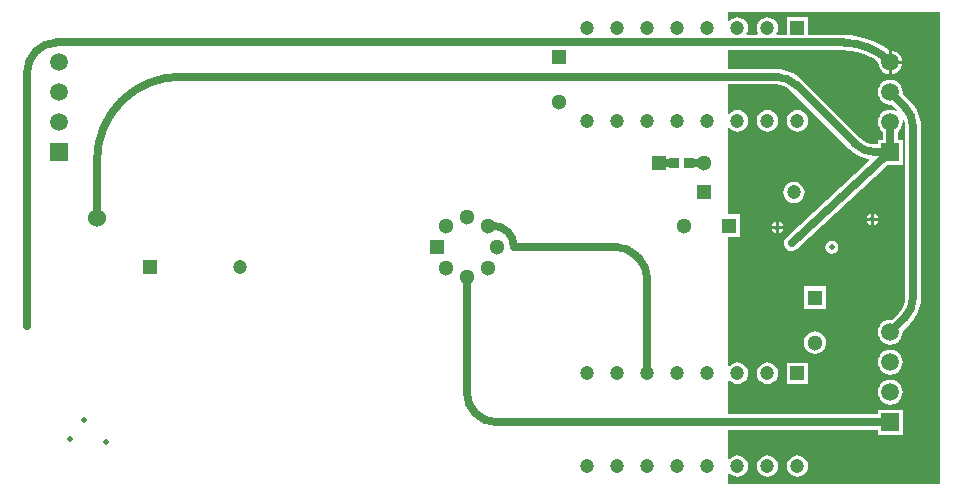
<source format=gbr>
%TF.GenerationSoftware,Altium Limited,Altium Designer,20.2.5 (213)*%
G04 Layer_Physical_Order=4*
G04 Layer_Color=16711680*
%FSLAX45Y45*%
%MOMM*%
%TF.SameCoordinates,5D993310-1A5F-4332-B3F0-AAC5B6D9B5DA*%
%TF.FilePolarity,Positive*%
%TF.FileFunction,Copper,L4,Bot,Signal*%
%TF.Part,Single*%
G01*
G75*
%TA.AperFunction,Conductor*%
%ADD10C,0.70000*%
%TA.AperFunction,SMDPad,CuDef*%
%ADD20R,0.85490X0.90620*%
%TA.AperFunction,ComponentPad*%
%ADD22R,1.50000X1.50000*%
%ADD23C,1.50000*%
%ADD24R,1.30000X1.30000*%
%ADD25C,1.30000*%
%ADD26R,1.30000X1.30000*%
%ADD27R,1.20000X1.20000*%
%ADD28C,1.20000*%
%TA.AperFunction,ViaPad*%
%ADD29C,1.52400*%
%TA.AperFunction,ComponentPad*%
%ADD30R,1.20000X1.20000*%
%TA.AperFunction,ViaPad*%
%ADD31C,0.50000*%
G36*
X8490000Y5380000D02*
X6690000Y5380000D01*
Y5469858D01*
X6702700Y5474169D01*
X6706811Y5468811D01*
X6725612Y5454385D01*
X6747505Y5445317D01*
X6771000Y5442224D01*
X6794495Y5445317D01*
X6816388Y5454385D01*
X6835189Y5468811D01*
X6849614Y5487612D01*
X6858683Y5509505D01*
X6861776Y5533000D01*
X6858683Y5556495D01*
X6849614Y5578388D01*
X6835189Y5597188D01*
X6816388Y5611614D01*
X6794495Y5620683D01*
X6771000Y5623776D01*
X6747505Y5620683D01*
X6725612Y5611614D01*
X6706811Y5597188D01*
X6702700Y5591830D01*
X6690000Y5596141D01*
Y5839139D01*
X7961700D01*
Y5799700D01*
X8171700D01*
Y6009700D01*
X7961700D01*
Y5970261D01*
X6690000D01*
Y6256858D01*
X6702700Y6261170D01*
X6706811Y6255811D01*
X6725612Y6241386D01*
X6747505Y6232317D01*
X6771000Y6229224D01*
X6794495Y6232317D01*
X6816388Y6241386D01*
X6835189Y6255811D01*
X6849614Y6274612D01*
X6858683Y6296505D01*
X6861776Y6320000D01*
X6858683Y6343495D01*
X6849614Y6365388D01*
X6835189Y6384189D01*
X6816388Y6398615D01*
X6794495Y6407683D01*
X6771000Y6410776D01*
X6747505Y6407683D01*
X6725612Y6398615D01*
X6706811Y6384189D01*
X6702700Y6378831D01*
X6690000Y6383142D01*
Y7475000D01*
X6795500D01*
Y7665000D01*
X6690000D01*
Y8393358D01*
X6702700Y8397670D01*
X6706811Y8392311D01*
X6725612Y8377885D01*
X6747505Y8368817D01*
X6771000Y8365724D01*
X6794495Y8368817D01*
X6816388Y8377885D01*
X6835189Y8392311D01*
X6849614Y8411112D01*
X6858683Y8433005D01*
X6861776Y8456500D01*
X6858683Y8479995D01*
X6849614Y8501888D01*
X6835189Y8520689D01*
X6816388Y8535115D01*
X6794495Y8544183D01*
X6771000Y8547276D01*
X6747505Y8544183D01*
X6725612Y8535115D01*
X6706811Y8520689D01*
X6702700Y8515330D01*
X6690000Y8519642D01*
Y8764439D01*
X7094790D01*
X7095655Y8764553D01*
X7131591Y8761014D01*
X7166979Y8750279D01*
X7199592Y8732847D01*
X7227506Y8709939D01*
X7228037Y8709247D01*
X7718547Y8218736D01*
X7718246Y8218435D01*
X7756427Y8185825D01*
X7799240Y8159590D01*
X7845629Y8140375D01*
X7886035Y8130674D01*
X7889658Y8116743D01*
X7185680Y7468219D01*
X7174713Y7455079D01*
X7167522Y7439548D01*
X7164595Y7422686D01*
X7166131Y7405641D01*
X7172028Y7389573D01*
X7181881Y7375580D01*
X7195021Y7364613D01*
X7210552Y7357422D01*
X7227414Y7354495D01*
X7244460Y7356032D01*
X7260527Y7361928D01*
X7274520Y7371782D01*
X8049484Y8085700D01*
X8171700D01*
Y8295700D01*
X8132261D01*
Y8362657D01*
X8141587Y8369813D01*
X8158417Y8391747D01*
X8168997Y8417289D01*
X8172606Y8444700D01*
X8170460Y8460997D01*
X8182916Y8463687D01*
X8191014Y8436991D01*
X8194553Y8401055D01*
X8194439Y8400189D01*
Y6965210D01*
X8194553Y6964345D01*
X8191014Y6928409D01*
X8180279Y6893022D01*
X8162847Y6860408D01*
X8139939Y6832495D01*
X8139247Y6831963D01*
X8078355Y6771071D01*
X8066700Y6772606D01*
X8039289Y6768997D01*
X8013747Y6758417D01*
X7991813Y6741587D01*
X7974983Y6719653D01*
X7964403Y6694110D01*
X7960794Y6666700D01*
X7964403Y6639289D01*
X7974983Y6613747D01*
X7991813Y6591813D01*
X8013747Y6574983D01*
X8039289Y6564403D01*
X8066700Y6560794D01*
X8094110Y6564403D01*
X8119653Y6574983D01*
X8141587Y6591813D01*
X8158417Y6613747D01*
X8168997Y6639289D01*
X8172606Y6666700D01*
X8171071Y6678355D01*
X8231963Y6739246D01*
X8231964Y6739247D01*
X8232264Y6738946D01*
X8264875Y6777127D01*
X8291110Y6819940D01*
X8310325Y6866329D01*
X8322047Y6915154D01*
X8325986Y6965210D01*
X8325561D01*
Y8400189D01*
X8325986D01*
X8322047Y8450246D01*
X8310325Y8499071D01*
X8291110Y8545460D01*
X8264875Y8588273D01*
X8232264Y8626454D01*
X8231964Y8626153D01*
X8231963Y8626153D01*
X8171071Y8687045D01*
X8172606Y8698700D01*
X8168997Y8726110D01*
X8158417Y8751653D01*
X8141587Y8773587D01*
X8119653Y8790417D01*
X8094110Y8800997D01*
X8066700Y8804606D01*
X8039289Y8800997D01*
X8013747Y8790417D01*
X7991813Y8773587D01*
X7974983Y8751653D01*
X7964403Y8726110D01*
X7960794Y8698700D01*
X7964403Y8671289D01*
X7974983Y8645747D01*
X7991813Y8623813D01*
X8013747Y8606983D01*
X8039289Y8596403D01*
X8066700Y8592794D01*
X8078355Y8594329D01*
X8125753Y8546930D01*
X8119653Y8536417D01*
X8094110Y8546997D01*
X8066700Y8550606D01*
X8039289Y8546997D01*
X8013747Y8536417D01*
X7991813Y8519587D01*
X7974983Y8497653D01*
X7964403Y8472110D01*
X7960794Y8444700D01*
X7964403Y8417289D01*
X7974983Y8391747D01*
X7991813Y8369813D01*
X8001139Y8362657D01*
Y8295700D01*
X7961700D01*
Y8256261D01*
X7944511D01*
X7943645Y8256147D01*
X7907709Y8259686D01*
X7872322Y8270421D01*
X7839709Y8287853D01*
X7811795Y8310761D01*
X7811264Y8311453D01*
X7320753Y8801964D01*
X7321054Y8802265D01*
X7282873Y8834875D01*
X7240060Y8861110D01*
X7193671Y8880325D01*
X7144847Y8892047D01*
X7094790Y8895987D01*
Y8895561D01*
X6690000D01*
Y9054439D01*
X7662802D01*
X7664699Y9054689D01*
X7728849Y9050485D01*
X7793767Y9037571D01*
X7856444Y9016296D01*
X7915807Y8987021D01*
X7965574Y8953767D01*
X7965434Y8952700D01*
X7968884Y8926490D01*
X7979001Y8902067D01*
X7995094Y8881094D01*
X8016067Y8865001D01*
X8040490Y8854884D01*
X8053999Y8853106D01*
Y8952700D01*
Y9052294D01*
X8052825Y9052140D01*
X8001813Y9088335D01*
X7939273Y9122900D01*
X7873256Y9150245D01*
X7804592Y9170027D01*
X7734145Y9181996D01*
X7662802Y9186002D01*
Y9185561D01*
X7369000D01*
Y9333500D01*
X7189000D01*
Y9185561D01*
X7108341D01*
X7102724Y9196951D01*
X7103614Y9198112D01*
X7112683Y9220005D01*
X7115776Y9243500D01*
X7112683Y9266995D01*
X7103614Y9288888D01*
X7089189Y9307689D01*
X7070388Y9322115D01*
X7048495Y9331183D01*
X7025000Y9334276D01*
X7001505Y9331183D01*
X6979612Y9322115D01*
X6960811Y9307689D01*
X6946385Y9288888D01*
X6937317Y9266995D01*
X6934224Y9243500D01*
X6937317Y9220005D01*
X6946385Y9198112D01*
X6947276Y9196951D01*
X6941659Y9185561D01*
X6854341D01*
X6848724Y9196951D01*
X6849614Y9198112D01*
X6858683Y9220005D01*
X6861776Y9243500D01*
X6858683Y9266995D01*
X6849614Y9288888D01*
X6835189Y9307689D01*
X6816388Y9322115D01*
X6794495Y9331183D01*
X6771000Y9334276D01*
X6747505Y9331183D01*
X6725612Y9322115D01*
X6706811Y9307689D01*
X6702700Y9302331D01*
X6690000Y9306642D01*
Y9380000D01*
X8490000Y9380000D01*
Y5380000D01*
D02*
G37*
%LPC*%
G36*
X8079399Y9052294D02*
Y8965400D01*
X8166294D01*
X8164516Y8978910D01*
X8154399Y9003333D01*
X8138306Y9024306D01*
X8117333Y9040399D01*
X8092910Y9050516D01*
X8079399Y9052294D01*
D02*
G37*
G36*
X8166294Y8940000D02*
X8079399D01*
Y8853105D01*
X8092910Y8854884D01*
X8117333Y8865001D01*
X8138306Y8881094D01*
X8154399Y8902067D01*
X8164516Y8926490D01*
X8166294Y8940000D01*
D02*
G37*
G36*
X7279000Y8547276D02*
X7255505Y8544183D01*
X7233612Y8535115D01*
X7214811Y8520689D01*
X7200385Y8501888D01*
X7191317Y8479995D01*
X7188224Y8456500D01*
X7191317Y8433005D01*
X7200385Y8411112D01*
X7214811Y8392311D01*
X7233612Y8377885D01*
X7255505Y8368817D01*
X7279000Y8365724D01*
X7302495Y8368817D01*
X7324388Y8377885D01*
X7343189Y8392311D01*
X7357614Y8411112D01*
X7366683Y8433005D01*
X7369776Y8456500D01*
X7366683Y8479995D01*
X7357614Y8501888D01*
X7343189Y8520689D01*
X7324388Y8535115D01*
X7302495Y8544183D01*
X7279000Y8547276D01*
D02*
G37*
G36*
X7025000D02*
X7001505Y8544183D01*
X6979612Y8535115D01*
X6960811Y8520689D01*
X6946385Y8501888D01*
X6937317Y8479995D01*
X6934224Y8456500D01*
X6937317Y8433005D01*
X6946385Y8411112D01*
X6960811Y8392311D01*
X6979612Y8377885D01*
X7001505Y8368817D01*
X7025000Y8365724D01*
X7048495Y8368817D01*
X7070388Y8377885D01*
X7089189Y8392311D01*
X7103614Y8411112D01*
X7112683Y8433005D01*
X7115776Y8456500D01*
X7112683Y8479995D01*
X7103614Y8501888D01*
X7089189Y8520689D01*
X7070388Y8535115D01*
X7048495Y8544183D01*
X7025000Y8547276D01*
D02*
G37*
G36*
X7250000Y7940776D02*
X7226505Y7937683D01*
X7204612Y7928615D01*
X7185811Y7914189D01*
X7171385Y7895388D01*
X7162317Y7873495D01*
X7159224Y7850000D01*
X7162317Y7826505D01*
X7171385Y7804612D01*
X7185811Y7785811D01*
X7204612Y7771386D01*
X7226505Y7762317D01*
X7250000Y7759224D01*
X7273495Y7762317D01*
X7295388Y7771386D01*
X7314189Y7785811D01*
X7328615Y7804612D01*
X7337683Y7826505D01*
X7340776Y7850000D01*
X7337683Y7873495D01*
X7328615Y7895388D01*
X7314189Y7914189D01*
X7295388Y7928615D01*
X7273495Y7937683D01*
X7250000Y7940776D01*
D02*
G37*
G36*
X7927900Y7671919D02*
Y7635758D01*
X7964061D01*
X7962676Y7642723D01*
X7951537Y7659395D01*
X7934865Y7670534D01*
X7927900Y7671919D01*
D02*
G37*
G36*
X7902500D02*
X7895535Y7670534D01*
X7878864Y7659395D01*
X7867725Y7642723D01*
X7866339Y7635758D01*
X7902500D01*
Y7671919D01*
D02*
G37*
G36*
X7964061Y7610358D02*
X7927900D01*
Y7574197D01*
X7934865Y7575583D01*
X7951537Y7586722D01*
X7962676Y7603393D01*
X7964061Y7610358D01*
D02*
G37*
G36*
X7902500D02*
X7866339D01*
X7867725Y7603393D01*
X7878864Y7586722D01*
X7895535Y7575583D01*
X7902500Y7574197D01*
Y7610358D01*
D02*
G37*
G36*
X7122700Y7601361D02*
Y7565200D01*
X7158861D01*
X7157476Y7572165D01*
X7146336Y7588836D01*
X7129665Y7599975D01*
X7122700Y7601361D01*
D02*
G37*
G36*
X7097300D02*
X7090335Y7599975D01*
X7073664Y7588836D01*
X7062524Y7572165D01*
X7061139Y7565200D01*
X7097300D01*
Y7601361D01*
D02*
G37*
G36*
X7158861Y7539800D02*
X7122700D01*
Y7503639D01*
X7129665Y7505024D01*
X7146336Y7516164D01*
X7157476Y7532835D01*
X7158861Y7539800D01*
D02*
G37*
G36*
X7097300D02*
X7061139D01*
X7062524Y7532835D01*
X7073664Y7516164D01*
X7090335Y7505024D01*
X7097300Y7503639D01*
Y7539800D01*
D02*
G37*
G36*
X7571518Y7442472D02*
X7550058Y7438203D01*
X7531865Y7426047D01*
X7519709Y7407855D01*
X7515441Y7386395D01*
X7519709Y7364935D01*
X7531865Y7346742D01*
X7550058Y7334586D01*
X7571518Y7330317D01*
X7592978Y7334586D01*
X7611171Y7346742D01*
X7623327Y7364935D01*
X7627595Y7386395D01*
X7623327Y7407855D01*
X7611171Y7426047D01*
X7592978Y7438203D01*
X7571518Y7442472D01*
D02*
G37*
G36*
X7525000Y7055500D02*
X7335000D01*
Y6865500D01*
X7525000D01*
Y7055500D01*
D02*
G37*
G36*
X7430000Y6675319D02*
X7405200Y6672054D01*
X7382090Y6662482D01*
X7362246Y6647254D01*
X7347018Y6627410D01*
X7337446Y6604300D01*
X7334181Y6579500D01*
X7337446Y6554700D01*
X7347018Y6531590D01*
X7362246Y6511745D01*
X7382090Y6496518D01*
X7405200Y6486945D01*
X7430000Y6483680D01*
X7454800Y6486945D01*
X7477910Y6496518D01*
X7497755Y6511745D01*
X7512982Y6531590D01*
X7522555Y6554700D01*
X7525820Y6579500D01*
X7522555Y6604300D01*
X7512982Y6627410D01*
X7497755Y6647254D01*
X7477910Y6662482D01*
X7454800Y6672054D01*
X7430000Y6675319D01*
D02*
G37*
G36*
X8066700Y6518606D02*
X8039289Y6514997D01*
X8013747Y6504417D01*
X7991813Y6487587D01*
X7974983Y6465653D01*
X7964403Y6440110D01*
X7960794Y6412700D01*
X7964403Y6385289D01*
X7974983Y6359747D01*
X7991813Y6337813D01*
X8013747Y6320983D01*
X8039289Y6310403D01*
X8066700Y6306794D01*
X8094110Y6310403D01*
X8119653Y6320983D01*
X8141587Y6337813D01*
X8158417Y6359747D01*
X8168997Y6385289D01*
X8172606Y6412700D01*
X8168997Y6440110D01*
X8158417Y6465653D01*
X8141587Y6487587D01*
X8119653Y6504417D01*
X8094110Y6514997D01*
X8066700Y6518606D01*
D02*
G37*
G36*
X7369000Y6410000D02*
X7189000D01*
Y6230000D01*
X7369000D01*
Y6410000D01*
D02*
G37*
G36*
X7025000Y6410776D02*
X7001505Y6407683D01*
X6979612Y6398615D01*
X6960811Y6384189D01*
X6946385Y6365388D01*
X6937317Y6343495D01*
X6934224Y6320000D01*
X6937317Y6296505D01*
X6946385Y6274612D01*
X6960811Y6255811D01*
X6979612Y6241386D01*
X7001505Y6232317D01*
X7025000Y6229224D01*
X7048495Y6232317D01*
X7070388Y6241386D01*
X7089189Y6255811D01*
X7103614Y6274612D01*
X7112683Y6296505D01*
X7115776Y6320000D01*
X7112683Y6343495D01*
X7103614Y6365388D01*
X7089189Y6384189D01*
X7070388Y6398615D01*
X7048495Y6407683D01*
X7025000Y6410776D01*
D02*
G37*
G36*
X8066700Y6264606D02*
X8039289Y6260997D01*
X8013747Y6250417D01*
X7991813Y6233587D01*
X7974983Y6211653D01*
X7964403Y6186110D01*
X7960794Y6158700D01*
X7964403Y6131289D01*
X7974983Y6105747D01*
X7991813Y6083813D01*
X8013747Y6066983D01*
X8039289Y6056403D01*
X8066700Y6052794D01*
X8094110Y6056403D01*
X8119653Y6066983D01*
X8141587Y6083813D01*
X8158417Y6105747D01*
X8168997Y6131289D01*
X8172606Y6158700D01*
X8168997Y6186110D01*
X8158417Y6211653D01*
X8141587Y6233587D01*
X8119653Y6250417D01*
X8094110Y6260997D01*
X8066700Y6264606D01*
D02*
G37*
G36*
X7279000Y5623776D02*
X7255505Y5620683D01*
X7233612Y5611614D01*
X7214811Y5597188D01*
X7200385Y5578388D01*
X7191317Y5556495D01*
X7188224Y5533000D01*
X7191317Y5509505D01*
X7200385Y5487612D01*
X7214811Y5468811D01*
X7233612Y5454385D01*
X7255505Y5445317D01*
X7279000Y5442224D01*
X7302495Y5445317D01*
X7324388Y5454385D01*
X7343189Y5468811D01*
X7357614Y5487612D01*
X7366683Y5509505D01*
X7369776Y5533000D01*
X7366683Y5556495D01*
X7357614Y5578388D01*
X7343189Y5597188D01*
X7324388Y5611614D01*
X7302495Y5620683D01*
X7279000Y5623776D01*
D02*
G37*
G36*
X7025000D02*
X7001505Y5620683D01*
X6979612Y5611614D01*
X6960811Y5597188D01*
X6946385Y5578388D01*
X6937317Y5556495D01*
X6934224Y5533000D01*
X6937317Y5509505D01*
X6946385Y5487612D01*
X6960811Y5468811D01*
X6979612Y5454385D01*
X7001505Y5445317D01*
X7025000Y5442224D01*
X7048495Y5445317D01*
X7070388Y5454385D01*
X7089189Y5468811D01*
X7103614Y5487612D01*
X7112683Y5509505D01*
X7115776Y5533000D01*
X7112683Y5556495D01*
X7103614Y5578388D01*
X7089189Y5597188D01*
X7070388Y5611614D01*
X7048495Y5620683D01*
X7025000Y5623776D01*
D02*
G37*
%LPD*%
D10*
X8066700Y8952700D02*
G03*
X7662802Y9120000I-403898J-403898D01*
G01*
X4880000Y7390000D02*
G03*
X4700395Y7569605I-179605J0D01*
G01*
X5914395Y7315605D02*
G03*
X5734790Y7390000I-179605J-179605D01*
G01*
X6009000Y7115790D02*
G03*
X5934605Y7295395I-254000J0D01*
G01*
X4480000Y6158700D02*
G03*
X4734000Y5904700I254000J0D01*
G01*
X1011701Y9120000D02*
G03*
X757701Y8866000I0J-254000D01*
G01*
X2055210Y8830000D02*
G03*
X1350000Y8124789I-0J-705210D01*
G01*
X8185605Y6785605D02*
G03*
X8260000Y6965210I-179605J179605D01*
G01*
Y8400189D02*
G03*
X8185605Y8579795I-254000J0D01*
G01*
X7764905Y8265095D02*
G03*
X7944511Y8190700I179605J179605D01*
G01*
X7274395Y8755605D02*
G03*
X7094790Y8830000I-179605J-179605D01*
G01*
X7230100Y7420000D02*
X8066700Y8190700D01*
X6009000Y6320000D02*
Y7115790D01*
X4480000Y6158700D02*
Y7136000D01*
X4880000Y7390000D02*
X5734790D01*
X4659605Y7569605D02*
X4700395D01*
X5914395Y7315605D02*
X5934605Y7295395D01*
X1374916Y9120000D02*
X7662802D01*
X8066700Y6666700D02*
X8185605Y6785605D01*
X4734000Y5904700D02*
X8066700D01*
X757701Y6722700D02*
Y8866000D01*
X1011701Y9120000D02*
X1374916D01*
X6362565Y8100000D02*
X6490500D01*
X6109500D02*
X6237435D01*
X7944511Y8190700D02*
X8066700D01*
X1350000Y8124789D02*
X1350000Y8124523D01*
Y7635000D02*
Y8124523D01*
X2055210Y8830000D02*
X2055210Y8830000D01*
X2055211D02*
X7094790D01*
X6362565Y8100000D02*
X6362566Y8100000D01*
X8066700Y8190700D02*
Y8444700D01*
X8260000Y6965210D02*
Y8400189D01*
X8066700Y8698700D02*
X8185605Y8579795D01*
X7274395Y8755605D02*
X7764905Y8265095D01*
D20*
X6362565Y8100000D02*
D03*
X6237435D02*
D03*
D22*
X8066700Y8190700D02*
D03*
X1024550D02*
D03*
X8066700Y5904700D02*
D03*
D23*
Y8444700D02*
D03*
Y8698700D02*
D03*
Y8952700D02*
D03*
X1024550Y8444700D02*
D03*
Y8698700D02*
D03*
Y8952700D02*
D03*
X8066700Y6666700D02*
D03*
Y6412700D02*
D03*
Y6158700D02*
D03*
D24*
X5260000Y9000500D02*
D03*
X7430000Y6960500D02*
D03*
D25*
X5260000Y8619500D02*
D03*
X6319500Y7570000D02*
D03*
X7430000Y6579500D02*
D03*
X4480000Y7136000D02*
D03*
Y7644000D02*
D03*
X4734000Y7390000D02*
D03*
X4659605Y7210395D02*
D03*
X4300395D02*
D03*
X4659605Y7569605D02*
D03*
X4300395D02*
D03*
X6490500Y8100000D02*
D03*
D26*
X6700500Y7570000D02*
D03*
X4226000Y7390000D02*
D03*
X6109500Y8100000D02*
D03*
D27*
X1798700Y7220000D02*
D03*
X6487400Y7850000D02*
D03*
D28*
X2561300Y7220000D02*
D03*
X7250000Y7850000D02*
D03*
X7279000Y8456500D02*
D03*
X7025000D02*
D03*
X6771000D02*
D03*
X6517000D02*
D03*
X6263000D02*
D03*
X6009000D02*
D03*
X5755000D02*
D03*
X5501000D02*
D03*
Y9243500D02*
D03*
X5755000D02*
D03*
X6009000D02*
D03*
X6263000D02*
D03*
X6517000D02*
D03*
X6771000D02*
D03*
X7025000D02*
D03*
X7279000Y5533000D02*
D03*
X7025000D02*
D03*
X6771000D02*
D03*
X6517000D02*
D03*
X6263000D02*
D03*
X6009000D02*
D03*
X5755000D02*
D03*
X5501000D02*
D03*
Y6320000D02*
D03*
X5755000D02*
D03*
X6009000D02*
D03*
X6263000D02*
D03*
X6517000D02*
D03*
X6771000D02*
D03*
X7025000D02*
D03*
D29*
X1350000Y7635000D02*
D03*
D30*
X7279000Y9243500D02*
D03*
Y6320000D02*
D03*
D31*
X7571518Y7386395D02*
D03*
X7230100Y7420000D02*
D03*
X1430000Y5740000D02*
D03*
X1120000Y5760000D02*
D03*
X1243200Y5920200D02*
D03*
X7915200Y7623058D02*
D03*
X7110000Y7552500D02*
D03*
X757701Y6722700D02*
D03*
%TF.MD5,1f896149af965dd4e16e4f8b784bac2f*%
M02*

</source>
